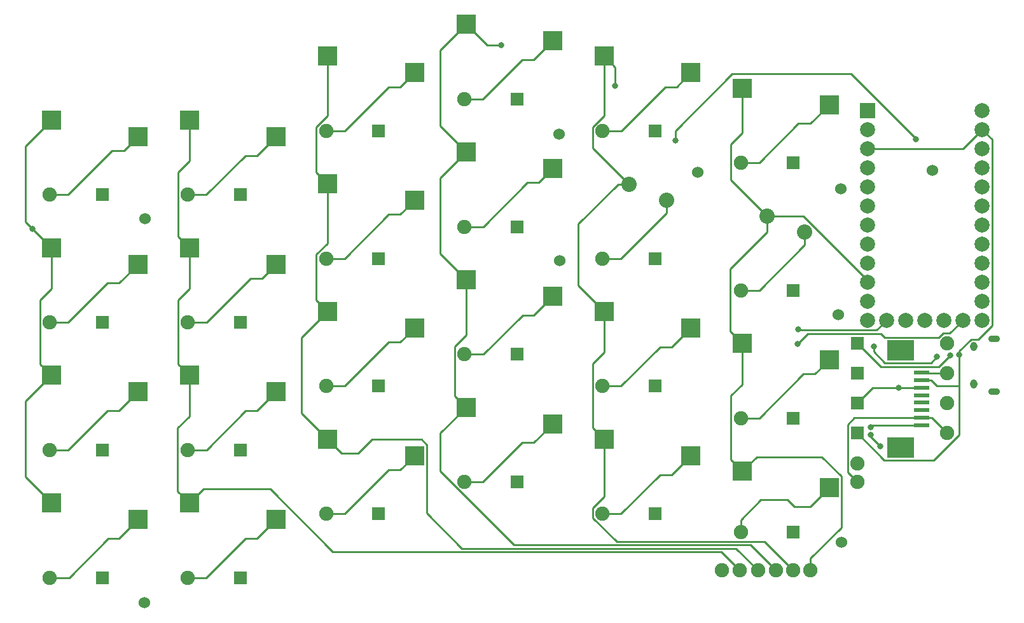
<source format=gbr>
%TF.GenerationSoftware,KiCad,Pcbnew,(6.0.4)*%
%TF.CreationDate,2024-05-03T15:54:38-07:00*%
%TF.ProjectId,left_staggered,6c656674-5f73-4746-9167-67657265642e,v1.0.0*%
%TF.SameCoordinates,Original*%
%TF.FileFunction,Copper,L2,Bot*%
%TF.FilePolarity,Positive*%
%FSLAX46Y46*%
G04 Gerber Fmt 4.6, Leading zero omitted, Abs format (unit mm)*
G04 Created by KiCad (PCBNEW (6.0.4)) date 2024-05-03 15:54:38*
%MOMM*%
%LPD*%
G01*
G04 APERTURE LIST*
%TA.AperFunction,ComponentPad*%
%ADD10C,1.524000*%
%TD*%
%TA.AperFunction,ComponentPad*%
%ADD11C,1.905000*%
%TD*%
%TA.AperFunction,ComponentPad*%
%ADD12R,1.778000X1.778000*%
%TD*%
%TA.AperFunction,SMDPad,CuDef*%
%ADD13R,2.600000X2.600000*%
%TD*%
%TA.AperFunction,ComponentPad*%
%ADD14C,2.032000*%
%TD*%
%TA.AperFunction,ComponentPad*%
%ADD15R,2.000000X2.000000*%
%TD*%
%TA.AperFunction,ComponentPad*%
%ADD16C,2.000000*%
%TD*%
%TA.AperFunction,ComponentPad*%
%ADD17O,1.550000X0.890000*%
%TD*%
%TA.AperFunction,ComponentPad*%
%ADD18O,0.950000X1.250000*%
%TD*%
%TA.AperFunction,SMDPad,CuDef*%
%ADD19R,2.000000X0.610000*%
%TD*%
%TA.AperFunction,SMDPad,CuDef*%
%ADD20R,3.600000X2.680000*%
%TD*%
%TA.AperFunction,ViaPad*%
%ADD21C,0.800000*%
%TD*%
%TA.AperFunction,Conductor*%
%ADD22C,0.250000*%
%TD*%
G04 APERTURE END LIST*
D10*
%TO.P,,1*%
%TO.N,N/C*%
X269300000Y-119000000D03*
%TD*%
D11*
%TO.P,D4,1*%
%TO.N,outer_nums*%
X164000000Y-119800000D03*
D12*
%TO.P,D4,2*%
%TO.N,D7*%
X171000000Y-119800000D03*
%TD*%
D11*
%TO.P,D19,1*%
%TO.N,index_top*%
X237600000Y-128300000D03*
D12*
%TO.P,D19,2*%
%TO.N,C6*%
X244600000Y-128300000D03*
%TD*%
D13*
%TO.P,S20,1*%
%TO.N,B4*%
X237825000Y-135350000D03*
%TO.P,S20,2*%
%TO.N,index_home*%
X249375000Y-137550000D03*
%TD*%
%TO.P,S14,1*%
%TO.N,B7*%
X201025000Y-101350000D03*
%TO.P,S14,2*%
%TO.N,ring_nums*%
X212575000Y-103550000D03*
%TD*%
D14*
%TO.P,S2,1*%
%TO.N,inner_top*%
X264500000Y-124750000D03*
%TO.P,S2,2*%
%TO.N,E6*%
X259500000Y-122650000D03*
%TD*%
D11*
%TO.P,D11,1*%
%TO.N,ring_top*%
X200800000Y-128300000D03*
D12*
%TO.P,D11,2*%
%TO.N,C6*%
X207800000Y-128300000D03*
%TD*%
D11*
%TO.P,D25,1*%
%TO.N,VCC*%
X283500000Y-139550000D03*
D12*
%TO.P,D25,2*%
%TO.N,D0*%
X271500000Y-139550000D03*
%TD*%
D11*
%TO.P,D27,1*%
%TO.N,VCC*%
X283500000Y-147550000D03*
D12*
%TO.P,D27,2*%
%TO.N,D5*%
X271500000Y-147550000D03*
%TD*%
D11*
%TO.P,D9,1*%
%TO.N,ring_bottom*%
X200800000Y-162300000D03*
D12*
%TO.P,D9,2*%
%TO.N,D3*%
X207800000Y-162300000D03*
%TD*%
D13*
%TO.P,S13,1*%
%TO.N,B7*%
X201025000Y-118350000D03*
%TO.P,S13,2*%
%TO.N,ring_top*%
X212575000Y-120550000D03*
%TD*%
%TO.P,S19,1*%
%TO.N,B4*%
X237825000Y-152350000D03*
%TO.P,S19,2*%
%TO.N,index_bottom*%
X249375000Y-154550000D03*
%TD*%
D11*
%TO.P,D23,1*%
%TO.N,inner_top*%
X256000000Y-132550000D03*
D12*
%TO.P,D23,2*%
%TO.N,C6*%
X263000000Y-132550000D03*
%TD*%
D10*
%TO.P,,1*%
%TO.N,N/C*%
X231800000Y-111700000D03*
%TD*%
%TO.P,,1*%
%TO.N,N/C*%
X269400000Y-166100000D03*
%TD*%
D13*
%TO.P,S15,1*%
%TO.N,B5*%
X219425000Y-148100000D03*
%TO.P,S15,2*%
%TO.N,middle_bottom*%
X230975000Y-150300000D03*
%TD*%
D11*
%TO.P,,1*%
%TO.N,F0*%
X253500000Y-169800000D03*
%TD*%
%TO.P,D13,1*%
%TO.N,middle_bottom*%
X219200000Y-158050000D03*
D12*
%TO.P,D13,2*%
%TO.N,D3*%
X226200000Y-158050000D03*
%TD*%
D10*
%TO.P,,1*%
%TO.N,N/C*%
X176700000Y-123000000D03*
%TD*%
D13*
%TO.P,S5,1*%
%TO.N,F1*%
X164225000Y-126850000D03*
%TO.P,S5,2*%
%TO.N,outer_top*%
X175775000Y-129050000D03*
%TD*%
%TO.P,S17,1*%
%TO.N,B5*%
X219425000Y-114100000D03*
%TO.P,S17,2*%
%TO.N,middle_top*%
X230975000Y-116300000D03*
%TD*%
D11*
%TO.P,,1*%
%TO.N,B5*%
X260700000Y-169800000D03*
%TD*%
D13*
%TO.P,S18,1*%
%TO.N,B5*%
X219425000Y-97100000D03*
%TO.P,S18,2*%
%TO.N,middle_nums*%
X230975000Y-99300000D03*
%TD*%
%TO.P,S22,1*%
%TO.N,E6*%
X256225000Y-156600000D03*
%TO.P,S22,2*%
%TO.N,inner_bottom*%
X267775000Y-158800000D03*
%TD*%
D11*
%TO.P,D18,1*%
%TO.N,index_home*%
X237600000Y-145300000D03*
D12*
%TO.P,D18,2*%
%TO.N,D4*%
X244600000Y-145300000D03*
%TD*%
D11*
%TO.P,D7,1*%
%TO.N,pinky_top*%
X182400000Y-136800000D03*
D12*
%TO.P,D7,2*%
%TO.N,C6*%
X189400000Y-136800000D03*
%TD*%
D11*
%TO.P,D8,1*%
%TO.N,pinky_nums*%
X182400000Y-119800000D03*
D12*
%TO.P,D8,2*%
%TO.N,D7*%
X189400000Y-119800000D03*
%TD*%
D13*
%TO.P,S4,1*%
%TO.N,F1*%
X164225000Y-143850000D03*
%TO.P,S4,2*%
%TO.N,outer_home*%
X175775000Y-146050000D03*
%TD*%
D11*
%TO.P,REF\u002A\u002A,1*%
%TO.N,VCC*%
X271500000Y-155550000D03*
%TD*%
D13*
%TO.P,S12,1*%
%TO.N,B7*%
X201025000Y-135350000D03*
%TO.P,S12,2*%
%TO.N,ring_home*%
X212575000Y-137550000D03*
%TD*%
D11*
%TO.P,D2,1*%
%TO.N,outer_home*%
X164000000Y-153800000D03*
D12*
%TO.P,D2,2*%
%TO.N,D4*%
X171000000Y-153800000D03*
%TD*%
D11*
%TO.P,D26,1*%
%TO.N,VCC*%
X283500000Y-143550000D03*
D12*
%TO.P,D26,2*%
%TO.N,D2*%
X271500000Y-143550000D03*
%TD*%
D15*
%TO.P,,1*%
%TO.N,D3*%
X272880000Y-108580000D03*
D16*
%TO.P,,2*%
%TO.N,D2*%
X272880000Y-111120000D03*
%TO.P,,3*%
%TO.N,GND*%
X272880000Y-113660000D03*
%TO.P,,4*%
X272880000Y-116200000D03*
%TO.P,,5*%
%TO.N,D1*%
X272880000Y-118740000D03*
%TO.P,,6*%
%TO.N,D0*%
X272880000Y-121280000D03*
%TO.P,,7*%
%TO.N,D4*%
X272880000Y-123820000D03*
%TO.P,,8*%
%TO.N,C6*%
X272880000Y-126360000D03*
%TO.P,,9*%
%TO.N,D7*%
X272880000Y-128900000D03*
%TO.P,,10*%
%TO.N,E6*%
X272880000Y-131440000D03*
%TO.P,,11*%
%TO.N,B4*%
X272880000Y-133980000D03*
%TO.P,,12*%
%TO.N,B5*%
X272880000Y-136520000D03*
%TO.P,,13*%
%TO.N,B6*%
X288120000Y-136520000D03*
%TO.P,,14*%
%TO.N,B2*%
X288120000Y-133980000D03*
%TO.P,,15*%
%TO.N,B3*%
X288120000Y-131440000D03*
%TO.P,,16*%
%TO.N,B1*%
X288120000Y-128900000D03*
%TO.P,,17*%
%TO.N,F7*%
X288120000Y-126360000D03*
%TO.P,,18*%
%TO.N,F6*%
X288120000Y-123820000D03*
%TO.P,,19*%
%TO.N,F5*%
X288120000Y-121280000D03*
%TO.P,,20*%
%TO.N,F4*%
X288120000Y-118740000D03*
%TO.P,,21*%
%TO.N,VCC*%
X288120000Y-116200000D03*
%TO.P,,22*%
%TO.N,RST*%
X288120000Y-113660000D03*
%TO.P,,23*%
%TO.N,GND*%
X288120000Y-111120000D03*
%TO.P,,24*%
X288120000Y-108580000D03*
%TO.P,,25*%
%TO.N,B7*%
X275420000Y-136520000D03*
%TO.P,,26*%
%TO.N,D5*%
X277960000Y-136520000D03*
%TO.P,,27*%
%TO.N,C7*%
X280500000Y-136520000D03*
%TO.P,,28*%
%TO.N,F1*%
X283040000Y-136520000D03*
%TO.P,,29*%
%TO.N,F0*%
X285580000Y-136520000D03*
%TD*%
D13*
%TO.P,S16,1*%
%TO.N,B5*%
X219425000Y-131100000D03*
%TO.P,S16,2*%
%TO.N,middle_home*%
X230975000Y-133300000D03*
%TD*%
D10*
%TO.P,,1*%
%TO.N,N/C*%
X269000000Y-135800000D03*
%TD*%
D11*
%TO.P,D6,1*%
%TO.N,pinky_home*%
X182400000Y-153800000D03*
D12*
%TO.P,D6,2*%
%TO.N,D4*%
X189400000Y-153800000D03*
%TD*%
D11*
%TO.P,D5,1*%
%TO.N,pinky_bottom*%
X182400000Y-170800000D03*
D12*
%TO.P,D5,2*%
%TO.N,D3*%
X189400000Y-170800000D03*
%TD*%
D13*
%TO.P,S10,1*%
%TO.N,C7*%
X182625000Y-109850000D03*
%TO.P,S10,2*%
%TO.N,pinky_nums*%
X194175000Y-112050000D03*
%TD*%
D11*
%TO.P,D1,1*%
%TO.N,outer_bottom*%
X164000000Y-170800000D03*
D12*
%TO.P,D1,2*%
%TO.N,D3*%
X171000000Y-170800000D03*
%TD*%
D13*
%TO.P,S11,1*%
%TO.N,B7*%
X201025000Y-152350000D03*
%TO.P,S11,2*%
%TO.N,ring_bottom*%
X212575000Y-154550000D03*
%TD*%
D11*
%TO.P,D21,1*%
%TO.N,inner_bottom*%
X256000000Y-164700000D03*
D12*
%TO.P,D21,2*%
%TO.N,D3*%
X263000000Y-164700000D03*
%TD*%
D13*
%TO.P,S7,1*%
%TO.N,C7*%
X182625000Y-160850000D03*
%TO.P,S7,2*%
%TO.N,pinky_bottom*%
X194175000Y-163050000D03*
%TD*%
%TO.P,S24,1*%
%TO.N,E6*%
X256225000Y-105600000D03*
%TO.P,S24,2*%
%TO.N,inner_nums*%
X267775000Y-107800000D03*
%TD*%
D10*
%TO.P,,1*%
%TO.N,N/C*%
X176600000Y-174100000D03*
%TD*%
D11*
%TO.P,D10,1*%
%TO.N,ring_home*%
X200800000Y-145300000D03*
D12*
%TO.P,D10,2*%
%TO.N,D4*%
X207800000Y-145300000D03*
%TD*%
D11*
%TO.P,D24,1*%
%TO.N,inner_nums*%
X256000000Y-115550000D03*
D12*
%TO.P,D24,2*%
%TO.N,D7*%
X263000000Y-115550000D03*
%TD*%
D11*
%TO.P,,1*%
%TO.N,C7*%
X255900000Y-169800000D03*
%TD*%
%TO.P,REF\u002A\u002A,1*%
%TO.N,trackpoint_reset*%
X271500000Y-158050000D03*
%TD*%
D13*
%TO.P,S23,1*%
%TO.N,E6*%
X256225000Y-139600000D03*
%TO.P,S23,2*%
%TO.N,inner_home*%
X267775000Y-141800000D03*
%TD*%
D17*
%TO.P,,6*%
%TO.N,N/C*%
X289700000Y-139000000D03*
D18*
X287000000Y-140000000D03*
D17*
X289700000Y-146000000D03*
D18*
X287000000Y-145000000D03*
%TD*%
D11*
%TO.P,,1*%
%TO.N,B7*%
X258300000Y-169800000D03*
%TD*%
D13*
%TO.P,S8,1*%
%TO.N,C7*%
X182625000Y-143850000D03*
%TO.P,S8,2*%
%TO.N,pinky_home*%
X194175000Y-146050000D03*
%TD*%
%TO.P,S9,1*%
%TO.N,C7*%
X182625000Y-126850000D03*
%TO.P,S9,2*%
%TO.N,pinky_top*%
X194175000Y-129050000D03*
%TD*%
D11*
%TO.P,D16,1*%
%TO.N,middle_nums*%
X219200000Y-107050000D03*
D12*
%TO.P,D16,2*%
%TO.N,D7*%
X226200000Y-107050000D03*
%TD*%
D14*
%TO.P,S1,1*%
%TO.N,index_top*%
X246100000Y-120500000D03*
%TO.P,S1,2*%
%TO.N,B4*%
X241100000Y-118400000D03*
%TD*%
D13*
%TO.P,S21,1*%
%TO.N,B4*%
X237825000Y-101350000D03*
%TO.P,S21,2*%
%TO.N,index_nums*%
X249375000Y-103550000D03*
%TD*%
D10*
%TO.P,,1*%
%TO.N,N/C*%
X231900000Y-128600000D03*
%TD*%
D11*
%TO.P,D12,1*%
%TO.N,ring_nums*%
X200800000Y-111300000D03*
D12*
%TO.P,D12,2*%
%TO.N,D7*%
X207800000Y-111300000D03*
%TD*%
D11*
%TO.P,D3,1*%
%TO.N,outer_top*%
X164000000Y-136800000D03*
D12*
%TO.P,D3,2*%
%TO.N,C6*%
X171000000Y-136800000D03*
%TD*%
D11*
%TO.P,D15,1*%
%TO.N,middle_top*%
X219200000Y-124050000D03*
D12*
%TO.P,D15,2*%
%TO.N,C6*%
X226200000Y-124050000D03*
%TD*%
D11*
%TO.P,D28,1*%
%TO.N,trackpoint_reset*%
X283500000Y-151550000D03*
D12*
%TO.P,D28,2*%
%TO.N,GND*%
X271500000Y-151550000D03*
%TD*%
D11*
%TO.P,D14,1*%
%TO.N,middle_home*%
X219200000Y-141050000D03*
D12*
%TO.P,D14,2*%
%TO.N,D4*%
X226200000Y-141050000D03*
%TD*%
D10*
%TO.P,,1*%
%TO.N,N/C*%
X250300000Y-116800000D03*
%TD*%
D11*
%TO.P,D22,1*%
%TO.N,inner_home*%
X256000000Y-149550000D03*
D12*
%TO.P,D22,2*%
%TO.N,D4*%
X263000000Y-149550000D03*
%TD*%
D11*
%TO.P,,1*%
%TO.N,B4*%
X263000000Y-169800000D03*
%TD*%
D13*
%TO.P,S3,1*%
%TO.N,F1*%
X164225000Y-160850000D03*
%TO.P,S3,2*%
%TO.N,outer_bottom*%
X175775000Y-163050000D03*
%TD*%
D11*
%TO.P,,1*%
%TO.N,E6*%
X265300000Y-169800000D03*
%TD*%
%TO.P,D17,1*%
%TO.N,index_bottom*%
X237600000Y-162300000D03*
D12*
%TO.P,D17,2*%
%TO.N,D3*%
X244600000Y-162300000D03*
%TD*%
D11*
%TO.P,D20,1*%
%TO.N,index_nums*%
X237600000Y-111300000D03*
D12*
%TO.P,D20,2*%
%TO.N,D7*%
X244600000Y-111300000D03*
%TD*%
D10*
%TO.P,,1*%
%TO.N,N/C*%
X281500000Y-116550000D03*
%TD*%
D13*
%TO.P,S6,1*%
%TO.N,F1*%
X164225000Y-109850000D03*
%TO.P,S6,2*%
%TO.N,outer_nums*%
X175775000Y-112050000D03*
%TD*%
D19*
%TO.P,,1*%
%TO.N,D2*%
X280100000Y-150500000D03*
%TO.P,,2*%
%TO.N,trackpoint_reset*%
X280100000Y-149500000D03*
%TO.P,,3*%
%TO.N,N/C*%
X280100000Y-148500000D03*
%TO.P,,4*%
X280100000Y-147500000D03*
%TO.P,,5*%
X280100000Y-146500000D03*
%TO.P,,6*%
%TO.N,D5*%
X280100000Y-145500000D03*
%TO.P,,7*%
%TO.N,GND*%
X280100000Y-144500000D03*
%TO.P,,8*%
%TO.N,VCC*%
X280100000Y-143500000D03*
D20*
%TO.P,,MP*%
%TO.N,N/C*%
X277300000Y-153490000D03*
X277300000Y-140510000D03*
%TD*%
D21*
%TO.N,B4*%
X239300000Y-105300000D03*
%TO.N,F1*%
X161687500Y-124312500D03*
X279300000Y-112400000D03*
X247300000Y-112600000D03*
%TO.N,C7*%
X273300000Y-151800000D03*
X274600000Y-153300000D03*
%TO.N,B7*%
X263700000Y-137700000D03*
%TO.N,B5*%
X224100000Y-99900000D03*
%TO.N,GND*%
X285100000Y-141100000D03*
%TO.N,D2*%
X273300000Y-150800000D03*
%TO.N,D1*%
X273700000Y-140000000D03*
X282100000Y-141400000D03*
%TO.N,D0*%
X283900000Y-141200000D03*
%TO.N,D5*%
X277000000Y-145500000D03*
%TO.N,F0*%
X263574020Y-139700000D03*
%TD*%
D22*
%TO.N,index_top*%
X246100000Y-120500000D02*
X246100000Y-122254323D01*
X246100000Y-122254323D02*
X240054323Y-128300000D01*
X240054323Y-128300000D02*
X237600000Y-128300000D01*
%TO.N,B4*%
X236322989Y-162828956D02*
X239494033Y-166000000D01*
X239300000Y-102825000D02*
X237825000Y-101350000D01*
X236322989Y-110771044D02*
X236322989Y-113622989D01*
X236322989Y-113622989D02*
X241100000Y-118400000D01*
X234374579Y-131899579D02*
X237825000Y-135350000D01*
X237825000Y-152350000D02*
X237825000Y-160025000D01*
X237825000Y-101350000D02*
X237825000Y-109269033D01*
X237825000Y-109269033D02*
X236322989Y-110771044D01*
X237825000Y-160025000D02*
X236322989Y-161527011D01*
X259200000Y-166000000D02*
X263000000Y-169800000D01*
X236322989Y-142310019D02*
X236322989Y-150847989D01*
X239300000Y-105300000D02*
X239300000Y-102825000D01*
X239663160Y-118400000D02*
X234374579Y-123688581D01*
X241100000Y-118400000D02*
X239663160Y-118400000D01*
X236322989Y-150847989D02*
X237825000Y-152350000D01*
X239494033Y-166000000D02*
X259200000Y-166000000D01*
X236322989Y-161527011D02*
X236322989Y-162828956D01*
X237825000Y-140808008D02*
X236322989Y-142310019D01*
X237825000Y-135350000D02*
X237825000Y-140808008D01*
X234374579Y-123688581D02*
X234374579Y-131899579D01*
%TO.N,inner_top*%
X264500000Y-126504323D02*
X258454323Y-132550000D01*
X264500000Y-124750000D02*
X264500000Y-126504323D01*
X258454323Y-132550000D02*
X256000000Y-132550000D01*
%TO.N,E6*%
X254722989Y-155097989D02*
X254722989Y-146560019D01*
X265300000Y-169800000D02*
X265300000Y-168227848D01*
X269399511Y-164128337D02*
X269399511Y-157299511D01*
X272880000Y-131234230D02*
X264295770Y-122650000D01*
X269399511Y-157299511D02*
X266800000Y-154700000D01*
X259500000Y-122650000D02*
X254694521Y-117844521D01*
X265300000Y-168227848D02*
X269399511Y-164128337D01*
X266800000Y-154700000D02*
X258125000Y-154700000D01*
X254694521Y-117844521D02*
X254694521Y-113069942D01*
X254722989Y-146560019D02*
X256225000Y-145058008D01*
X259500000Y-124783008D02*
X259500000Y-122650000D01*
X256225000Y-145058008D02*
X256225000Y-139600000D01*
X256225000Y-156600000D02*
X254722989Y-155097989D01*
X256225000Y-111539463D02*
X256225000Y-105600000D01*
X264295770Y-122650000D02*
X259500000Y-122650000D01*
X256225000Y-139600000D02*
X254591504Y-137966504D01*
X254694521Y-113069942D02*
X256225000Y-111539463D01*
X254591504Y-129691504D02*
X259500000Y-124783008D01*
X258125000Y-154700000D02*
X256225000Y-156600000D01*
X272880000Y-131440000D02*
X272880000Y-131234230D01*
X254591504Y-137966504D02*
X254591504Y-129691504D01*
%TO.N,outer_bottom*%
X175775000Y-163050000D02*
X173250421Y-165574579D01*
X173250421Y-165574579D02*
X171825421Y-165574579D01*
X171825421Y-165574579D02*
X166600000Y-170800000D01*
X166600000Y-170800000D02*
X164000000Y-170800000D01*
%TO.N,F1*%
X164225000Y-132308008D02*
X162722989Y-133810019D01*
X247300000Y-112600000D02*
X247300000Y-111275978D01*
X160774579Y-113300421D02*
X160774579Y-123399579D01*
X160774579Y-157399579D02*
X164225000Y-160850000D01*
X160774579Y-123399579D02*
X161687500Y-124312500D01*
X254875978Y-103700000D02*
X264100000Y-103700000D01*
X160774579Y-147300421D02*
X160774579Y-157399579D01*
X164225000Y-109850000D02*
X160774579Y-113300421D01*
X270649022Y-103700000D02*
X279300000Y-112350978D01*
X164225000Y-126850000D02*
X164225000Y-132308008D01*
X264100000Y-103700000D02*
X270649022Y-103700000D01*
X247300000Y-111275978D02*
X254875978Y-103700000D01*
X161687500Y-124312500D02*
X164225000Y-126850000D01*
X164225000Y-143850000D02*
X160774579Y-147300421D01*
X162722989Y-133810019D02*
X162722989Y-142347989D01*
X162722989Y-142347989D02*
X164225000Y-143850000D01*
X279300000Y-112350978D02*
X279300000Y-112400000D01*
%TO.N,outer_home*%
X173250421Y-148574579D02*
X171679744Y-148574579D01*
X175775000Y-146050000D02*
X173250421Y-148574579D01*
X171679744Y-148574579D02*
X166454323Y-153800000D01*
X166454323Y-153800000D02*
X164000000Y-153800000D01*
%TO.N,outer_top*%
X173250421Y-131574579D02*
X171725421Y-131574579D01*
X166500000Y-136800000D02*
X164000000Y-136800000D01*
X175775000Y-129050000D02*
X173250421Y-131574579D01*
X171725421Y-131574579D02*
X166500000Y-136800000D01*
%TO.N,outer_nums*%
X172329802Y-113924521D02*
X166454323Y-119800000D01*
X166454323Y-119800000D02*
X164000000Y-119800000D01*
X173900479Y-113924521D02*
X172329802Y-113924521D01*
X175775000Y-112050000D02*
X173900479Y-113924521D01*
%TO.N,pinky_bottom*%
X191650421Y-165574579D02*
X190079744Y-165574579D01*
X190079744Y-165574579D02*
X184854323Y-170800000D01*
X184854323Y-170800000D02*
X182400000Y-170800000D01*
X194175000Y-163050000D02*
X191650421Y-165574579D01*
%TO.N,C7*%
X182625000Y-132308008D02*
X182625000Y-126850000D01*
X201722582Y-167348560D02*
X193349501Y-158975479D01*
X273300000Y-152000000D02*
X274600000Y-153300000D01*
X182625000Y-143850000D02*
X181122989Y-142347989D01*
X193349501Y-158975479D02*
X184499521Y-158975479D01*
X273300000Y-151800000D02*
X273300000Y-152000000D01*
X181122989Y-116810019D02*
X182625000Y-115308008D01*
X182625000Y-160850000D02*
X181066504Y-159291504D01*
X181066504Y-150866504D02*
X182625000Y-149308008D01*
X181122989Y-142347989D02*
X181122989Y-133810019D01*
X182625000Y-149308008D02*
X182625000Y-143850000D01*
X184499521Y-158975479D02*
X182625000Y-160850000D01*
X181066504Y-159291504D02*
X181066504Y-150866504D01*
X182625000Y-115308008D02*
X182625000Y-109850000D01*
X182625000Y-126850000D02*
X181122989Y-125347989D01*
X255900000Y-169800000D02*
X253448560Y-167348560D01*
X253448560Y-167348560D02*
X201722582Y-167348560D01*
X181122989Y-125347989D02*
X181122989Y-116810019D01*
X181122989Y-133810019D02*
X182625000Y-132308008D01*
%TO.N,pinky_home*%
X190125421Y-148574579D02*
X184900000Y-153800000D01*
X191650421Y-148574579D02*
X190125421Y-148574579D01*
X184900000Y-153800000D02*
X182400000Y-153800000D01*
X194175000Y-146050000D02*
X191650421Y-148574579D01*
%TO.N,pinky_top*%
X192300479Y-130924521D02*
X190775479Y-130924521D01*
X190775479Y-130924521D02*
X184900000Y-136800000D01*
X184900000Y-136800000D02*
X182400000Y-136800000D01*
X194175000Y-129050000D02*
X192300479Y-130924521D01*
%TO.N,pinky_nums*%
X191650421Y-114574579D02*
X190079744Y-114574579D01*
X184854323Y-119800000D02*
X182400000Y-119800000D01*
X194175000Y-112050000D02*
X191650421Y-114574579D01*
X190079744Y-114574579D02*
X184854323Y-119800000D01*
%TO.N,ring_bottom*%
X212575000Y-154550000D02*
X210700479Y-156424521D01*
X209129802Y-156424521D02*
X203254323Y-162300000D01*
X210700479Y-156424521D02*
X209129802Y-156424521D01*
X203254323Y-162300000D02*
X200800000Y-162300000D01*
%TO.N,B7*%
X263700000Y-137700000D02*
X263844511Y-137844511D01*
X197574579Y-138800421D02*
X197574579Y-148899579D01*
X201025000Y-109269033D02*
X199522989Y-110771044D01*
X202899521Y-154224521D02*
X201025000Y-152350000D01*
X258300000Y-169800000D02*
X255399040Y-166899040D01*
X197574579Y-148899579D02*
X201025000Y-152350000D01*
X199522989Y-133847989D02*
X201025000Y-135350000D01*
X263844511Y-137844511D02*
X274095489Y-137844511D01*
X201025000Y-101350000D02*
X201025000Y-109269033D01*
X206900974Y-152400000D02*
X205076453Y-154224521D01*
X274095489Y-137844511D02*
X275420000Y-136520000D01*
X214199511Y-162232519D02*
X214199511Y-153099511D01*
X199522989Y-116847989D02*
X201025000Y-118350000D01*
X201025000Y-126269033D02*
X199522989Y-127771044D01*
X213500000Y-152400000D02*
X206900974Y-152400000D01*
X199522989Y-110771044D02*
X199522989Y-116847989D01*
X205076453Y-154224521D02*
X202899521Y-154224521D01*
X214199511Y-153099511D02*
X213500000Y-152400000D01*
X255399040Y-166899040D02*
X218866032Y-166899040D01*
X201025000Y-118350000D02*
X201025000Y-126269033D01*
X218866032Y-166899040D02*
X214199511Y-162232519D01*
X199522989Y-127771044D02*
X199522989Y-133847989D01*
X201025000Y-135350000D02*
X197574579Y-138800421D01*
%TO.N,ring_home*%
X210700479Y-139424521D02*
X209129802Y-139424521D01*
X203254323Y-145300000D02*
X200800000Y-145300000D01*
X209129802Y-139424521D02*
X203254323Y-145300000D01*
X212575000Y-137550000D02*
X210700479Y-139424521D01*
%TO.N,ring_top*%
X210700479Y-122424521D02*
X209129802Y-122424521D01*
X203254323Y-128300000D02*
X200800000Y-128300000D01*
X212575000Y-120550000D02*
X210700479Y-122424521D01*
X209129802Y-122424521D02*
X203254323Y-128300000D01*
%TO.N,ring_nums*%
X212575000Y-103550000D02*
X210700479Y-105424521D01*
X209129802Y-105424521D02*
X203254323Y-111300000D01*
X203254323Y-111300000D02*
X200800000Y-111300000D01*
X210700479Y-105424521D02*
X209129802Y-105424521D01*
%TO.N,middle_bottom*%
X230975000Y-150300000D02*
X228450421Y-152824579D01*
X226879744Y-152824579D02*
X221654323Y-158050000D01*
X221654323Y-158050000D02*
X219200000Y-158050000D01*
X228450421Y-152824579D02*
X226879744Y-152824579D01*
%TO.N,B5*%
X215974579Y-100550421D02*
X219425000Y-97100000D01*
X217922989Y-140027011D02*
X219425000Y-138525000D01*
X215974579Y-156630546D02*
X215974579Y-151550421D01*
X219425000Y-148100000D02*
X217922989Y-146597989D01*
X215974579Y-127649579D02*
X215974579Y-117550421D01*
X217922989Y-146597989D02*
X217922989Y-140027011D01*
X219425000Y-97100000D02*
X222225000Y-99900000D01*
X219425000Y-131100000D02*
X215974579Y-127649579D01*
X225793553Y-166449520D02*
X215974579Y-156630546D01*
X219425000Y-138525000D02*
X219425000Y-131100000D01*
X215974579Y-151550421D02*
X219425000Y-148100000D01*
X257349520Y-166449520D02*
X225793553Y-166449520D01*
X222225000Y-99900000D02*
X224100000Y-99900000D01*
X260700000Y-169800000D02*
X257349520Y-166449520D01*
X215974579Y-110649579D02*
X215974579Y-100550421D01*
X219425000Y-114100000D02*
X215974579Y-110649579D01*
X215974579Y-117550421D02*
X219425000Y-114100000D01*
%TO.N,middle_home*%
X230975000Y-133300000D02*
X228450421Y-135824579D01*
X226975421Y-135824579D02*
X221750000Y-141050000D01*
X221750000Y-141050000D02*
X219200000Y-141050000D01*
X228450421Y-135824579D02*
X226975421Y-135824579D01*
%TO.N,middle_top*%
X221750000Y-124050000D02*
X219200000Y-124050000D01*
X230975000Y-116300000D02*
X229100479Y-118174521D01*
X229100479Y-118174521D02*
X227625479Y-118174521D01*
X227625479Y-118174521D02*
X221750000Y-124050000D01*
%TO.N,middle_nums*%
X221654323Y-107050000D02*
X219200000Y-107050000D01*
X228450421Y-101824579D02*
X226879744Y-101824579D01*
X230975000Y-99300000D02*
X228450421Y-101824579D01*
X226879744Y-101824579D02*
X221654323Y-107050000D01*
%TO.N,index_bottom*%
X246850421Y-157074579D02*
X245279744Y-157074579D01*
X245279744Y-157074579D02*
X240054323Y-162300000D01*
X240054323Y-162300000D02*
X237600000Y-162300000D01*
X249375000Y-154550000D02*
X246850421Y-157074579D01*
%TO.N,index_home*%
X246850421Y-140074579D02*
X245279744Y-140074579D01*
X240054323Y-145300000D02*
X237600000Y-145300000D01*
X245279744Y-140074579D02*
X240054323Y-145300000D01*
X249375000Y-137550000D02*
X246850421Y-140074579D01*
%TO.N,index_nums*%
X247500479Y-105424521D02*
X245975479Y-105424521D01*
X249375000Y-103550000D02*
X247500479Y-105424521D01*
X245975479Y-105424521D02*
X240100000Y-111300000D01*
X240100000Y-111300000D02*
X237600000Y-111300000D01*
%TO.N,inner_bottom*%
X256000000Y-163095677D02*
X256000000Y-164700000D01*
X258695677Y-160400000D02*
X256000000Y-163095677D01*
X265250421Y-161324579D02*
X263175421Y-161324579D01*
X262250842Y-160400000D02*
X258695677Y-160400000D01*
X267775000Y-158800000D02*
X265250421Y-161324579D01*
X263175421Y-161324579D02*
X262250842Y-160400000D01*
%TO.N,inner_home*%
X267775000Y-141800000D02*
X265900479Y-143674521D01*
X265900479Y-143674521D02*
X264329802Y-143674521D01*
X264329802Y-143674521D02*
X258454323Y-149550000D01*
X258454323Y-149550000D02*
X256000000Y-149550000D01*
%TO.N,inner_nums*%
X258454323Y-115550000D02*
X256000000Y-115550000D01*
X263679744Y-110324579D02*
X258454323Y-115550000D01*
X267775000Y-107800000D02*
X265250421Y-110324579D01*
X265250421Y-110324579D02*
X263679744Y-110324579D01*
%TO.N,GND*%
X275104511Y-155154511D02*
X271500000Y-151550000D01*
X281701456Y-155154511D02*
X275104511Y-155154511D01*
X288120000Y-111120000D02*
X289444511Y-112444511D01*
X285100000Y-145300000D02*
X285100000Y-151755967D01*
X287649520Y-139050480D02*
X286668828Y-139050480D01*
X285100000Y-141100000D02*
X285100000Y-145300000D01*
X285100000Y-151755967D02*
X281701456Y-155154511D01*
X289444511Y-137255489D02*
X287649520Y-139050480D01*
X289444511Y-112444511D02*
X289444511Y-137255489D01*
X285580000Y-113660000D02*
X272880000Y-113660000D01*
X288120000Y-111120000D02*
X285580000Y-113660000D01*
X281350000Y-144500000D02*
X282150000Y-145300000D01*
X285100000Y-140619308D02*
X285100000Y-141100000D01*
X286668828Y-139050480D02*
X285100000Y-140619308D01*
X280100000Y-144500000D02*
X281350000Y-144500000D01*
X282150000Y-145300000D02*
X285100000Y-145300000D01*
%TO.N,VCC*%
X280150000Y-143550000D02*
X280100000Y-143500000D01*
X283500000Y-143550000D02*
X280150000Y-143550000D01*
%TO.N,D2*%
X273600000Y-150500000D02*
X280100000Y-150500000D01*
X273300000Y-150800000D02*
X273600000Y-150500000D01*
%TO.N,D1*%
X281325489Y-142174511D02*
X282100000Y-141400000D01*
X273700000Y-140000000D02*
X273700000Y-140699022D01*
X275175489Y-142174511D02*
X281325489Y-142174511D01*
X273700000Y-140699022D02*
X275175489Y-142174511D01*
%TO.N,D0*%
X283900000Y-141200000D02*
X282400000Y-142700000D01*
X282400000Y-142700000D02*
X274650000Y-142700000D01*
X274650000Y-142700000D02*
X271500000Y-139550000D01*
%TO.N,D5*%
X273550000Y-145500000D02*
X271500000Y-147550000D01*
X280100000Y-145500000D02*
X273550000Y-145500000D01*
%TO.N,F0*%
X274666489Y-138336489D02*
X275175489Y-138845489D01*
X264937531Y-138336489D02*
X274666489Y-138336489D01*
X282398544Y-138845489D02*
X282971044Y-138272989D01*
X283827011Y-138272989D02*
X285580000Y-136520000D01*
X263574020Y-139700000D02*
X264937531Y-138336489D01*
X275175489Y-138845489D02*
X282398544Y-138845489D01*
X282971044Y-138272989D02*
X283827011Y-138272989D01*
%TO.N,trackpoint_reset*%
X270222989Y-156772989D02*
X270222989Y-150399989D01*
X281450000Y-149500000D02*
X280100000Y-149500000D01*
X271122978Y-149500000D02*
X280100000Y-149500000D01*
X271500000Y-158050000D02*
X270222989Y-156772989D01*
X270222989Y-150399989D02*
X271122978Y-149500000D01*
X283500000Y-151550000D02*
X281450000Y-149500000D01*
%TD*%
M02*

</source>
